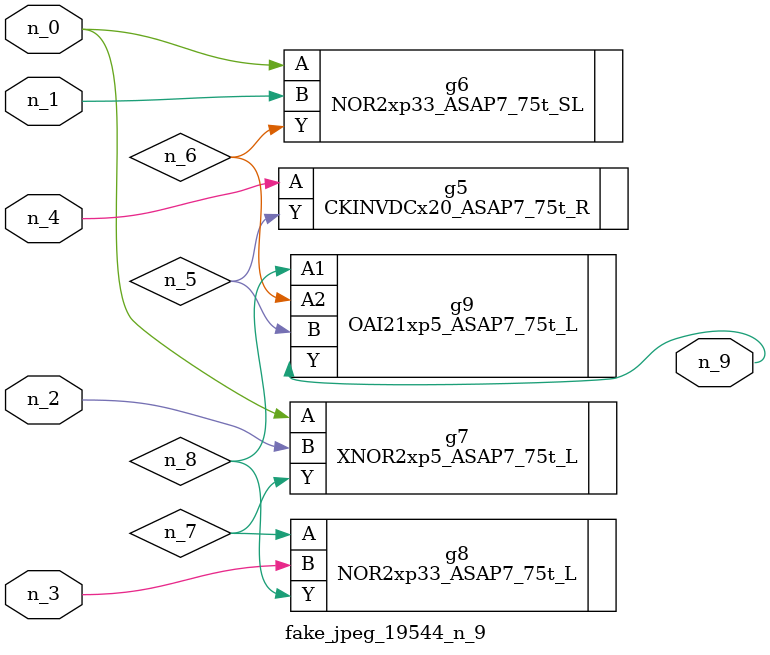
<source format=v>
module fake_jpeg_19544_n_9 (n_3, n_2, n_1, n_0, n_4, n_9);

input n_3;
input n_2;
input n_1;
input n_0;
input n_4;

output n_9;

wire n_8;
wire n_6;
wire n_5;
wire n_7;

CKINVDCx20_ASAP7_75t_R g5 ( 
.A(n_4),
.Y(n_5)
);

NOR2xp33_ASAP7_75t_SL g6 ( 
.A(n_0),
.B(n_1),
.Y(n_6)
);

XNOR2xp5_ASAP7_75t_L g7 ( 
.A(n_0),
.B(n_2),
.Y(n_7)
);

NOR2xp33_ASAP7_75t_L g8 ( 
.A(n_7),
.B(n_3),
.Y(n_8)
);

OAI21xp5_ASAP7_75t_L g9 ( 
.A1(n_8),
.A2(n_6),
.B(n_5),
.Y(n_9)
);


endmodule
</source>
